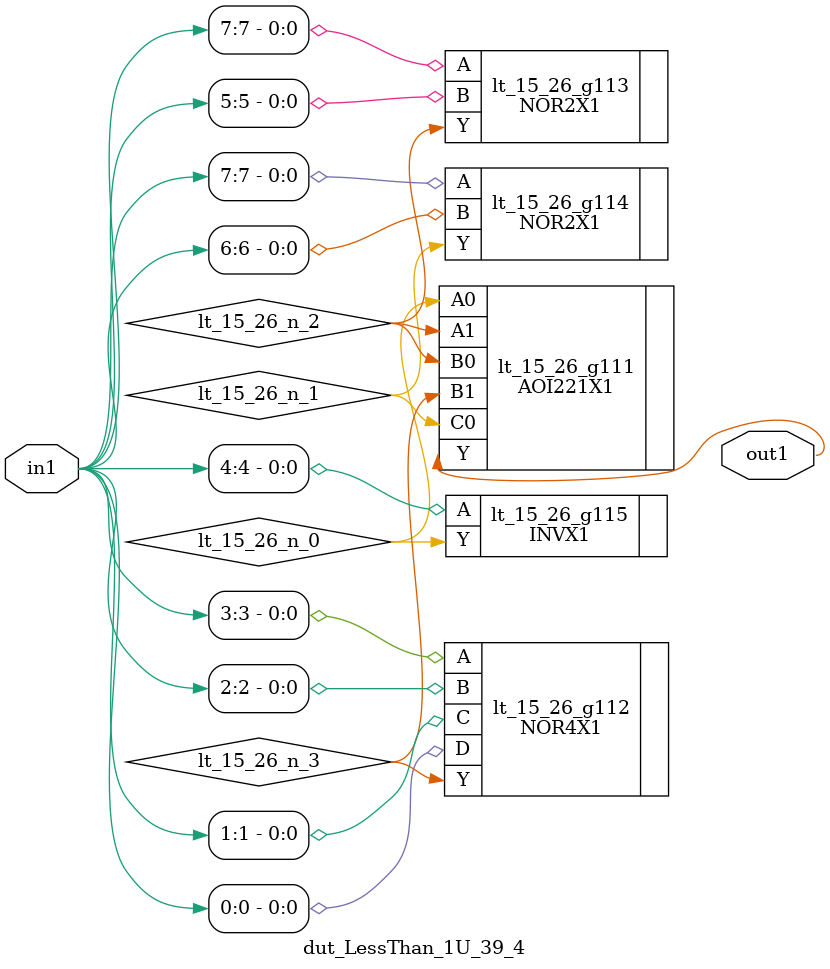
<source format=v>
`timescale 1ps / 1ps


module dut_LessThan_1U_39_4(in1, out1);
  input [7:0] in1;
  output out1;
  wire [7:0] in1;
  wire out1;
  wire lt_15_26_n_0, lt_15_26_n_1, lt_15_26_n_2, lt_15_26_n_3;
  AOI221X1 lt_15_26_g111(.A0 (lt_15_26_n_0), .A1 (lt_15_26_n_2), .B0
       (lt_15_26_n_2), .B1 (lt_15_26_n_3), .C0 (lt_15_26_n_1), .Y
       (out1));
  NOR4X1 lt_15_26_g112(.A (in1[3]), .B (in1[2]), .C (in1[1]), .D
       (in1[0]), .Y (lt_15_26_n_3));
  NOR2X1 lt_15_26_g113(.A (in1[7]), .B (in1[5]), .Y (lt_15_26_n_2));
  NOR2X1 lt_15_26_g114(.A (in1[7]), .B (in1[6]), .Y (lt_15_26_n_1));
  INVX1 lt_15_26_g115(.A (in1[4]), .Y (lt_15_26_n_0));
endmodule



</source>
